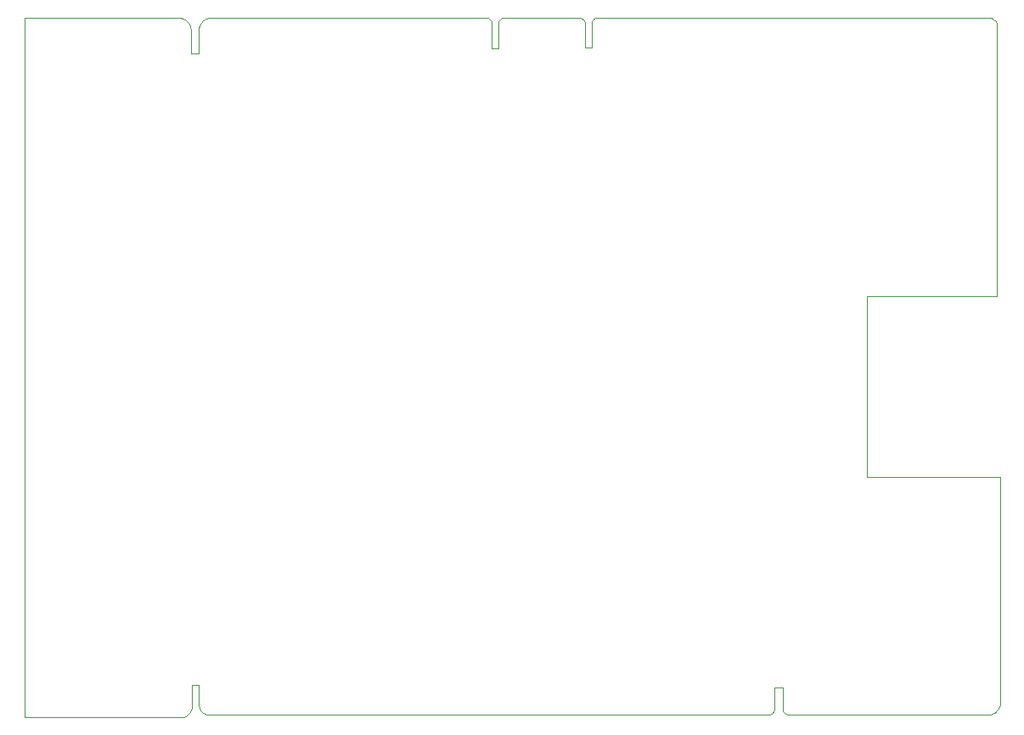
<source format=gbp>
G75*
G70*
%OFA0B0*%
%FSLAX24Y24*%
%IPPOS*%
%LPD*%
%AMOC8*
5,1,8,0,0,1.08239X$1,22.5*
%
%ADD10C,0.0000*%
D10*
X000474Y003346D02*
X006615Y003346D01*
X006616Y003346D02*
X006657Y003350D01*
X006699Y003358D01*
X006739Y003369D01*
X006778Y003384D01*
X006815Y003403D01*
X006851Y003425D01*
X006884Y003450D01*
X006915Y003478D01*
X006944Y003509D01*
X006969Y003542D01*
X006991Y003577D01*
X007010Y003615D01*
X007025Y003654D01*
X007037Y003694D01*
X007044Y003735D01*
X007048Y003777D01*
X007049Y003819D01*
X007049Y004626D01*
X007324Y004626D01*
X007324Y003858D01*
X007323Y003821D01*
X007327Y003784D01*
X007334Y003748D01*
X007344Y003713D01*
X007358Y003679D01*
X007376Y003646D01*
X007396Y003616D01*
X007419Y003587D01*
X007445Y003561D01*
X007474Y003538D01*
X007504Y003517D01*
X007536Y003500D01*
X007570Y003485D01*
X007606Y003475D01*
X007642Y003467D01*
X007678Y003464D01*
X029686Y003464D01*
X029714Y003466D01*
X029742Y003471D01*
X029770Y003479D01*
X029796Y003491D01*
X029820Y003506D01*
X029842Y003523D01*
X029863Y003544D01*
X029880Y003566D01*
X029895Y003590D01*
X029907Y003616D01*
X029915Y003644D01*
X029920Y003672D01*
X029922Y003700D01*
X029923Y003700D02*
X029923Y004527D01*
X030237Y004527D01*
X030237Y003700D01*
X030238Y003700D02*
X030240Y003672D01*
X030245Y003644D01*
X030253Y003616D01*
X030265Y003590D01*
X030280Y003566D01*
X030297Y003544D01*
X030318Y003523D01*
X030340Y003506D01*
X030364Y003491D01*
X030390Y003479D01*
X030418Y003471D01*
X030446Y003466D01*
X030474Y003464D01*
X038249Y003464D01*
X038249Y003465D02*
X038290Y003461D01*
X038332Y003462D01*
X038373Y003465D01*
X038414Y003473D01*
X038454Y003484D01*
X038493Y003498D01*
X038531Y003516D01*
X038566Y003537D01*
X038600Y003561D01*
X038632Y003588D01*
X038661Y003618D01*
X038688Y003650D01*
X038711Y003684D01*
X038732Y003720D01*
X038749Y003758D01*
X038763Y003797D01*
X038773Y003837D01*
X038780Y003878D01*
X038781Y003878D02*
X038781Y012795D01*
X033545Y012795D01*
X033545Y019882D01*
X038663Y019882D01*
X038663Y030511D01*
X038662Y030512D02*
X038658Y030548D01*
X038649Y030584D01*
X038637Y030618D01*
X038622Y030651D01*
X038603Y030683D01*
X038581Y030712D01*
X038556Y030739D01*
X038528Y030763D01*
X038498Y030784D01*
X038466Y030802D01*
X038433Y030816D01*
X038398Y030827D01*
X038362Y030834D01*
X038325Y030837D01*
X038288Y030836D01*
X038289Y030836D02*
X022964Y030836D01*
X022963Y030836D02*
X022935Y030831D01*
X022907Y030823D01*
X022880Y030811D01*
X022854Y030797D01*
X022831Y030779D01*
X022810Y030759D01*
X022792Y030736D01*
X022776Y030712D01*
X022763Y030685D01*
X022754Y030657D01*
X022748Y030629D01*
X022746Y030600D01*
X022747Y030570D01*
X022747Y030571D02*
X022747Y029645D01*
X022491Y029645D01*
X022491Y030551D01*
X022492Y030551D02*
X022493Y030582D01*
X022490Y030613D01*
X022483Y030643D01*
X022472Y030673D01*
X022458Y030700D01*
X022441Y030726D01*
X022421Y030750D01*
X022398Y030771D01*
X022373Y030789D01*
X022345Y030804D01*
X022316Y030815D01*
X022286Y030823D01*
X022256Y030827D01*
X022255Y030826D02*
X019273Y030826D01*
X019245Y030819D01*
X019217Y030809D01*
X019192Y030796D01*
X019168Y030780D01*
X019146Y030762D01*
X019126Y030740D01*
X019109Y030717D01*
X019096Y030692D01*
X019085Y030665D01*
X019078Y030637D01*
X019074Y030608D01*
X019073Y030579D01*
X019076Y030551D01*
X019076Y029626D01*
X018820Y029626D01*
X018820Y030551D01*
X018823Y030579D01*
X018822Y030608D01*
X018818Y030637D01*
X018811Y030665D01*
X018800Y030692D01*
X018787Y030717D01*
X018770Y030740D01*
X018750Y030762D01*
X018728Y030780D01*
X018704Y030796D01*
X018679Y030809D01*
X018651Y030819D01*
X018623Y030826D01*
X007797Y030826D01*
X007756Y030824D01*
X007715Y030819D01*
X007675Y030810D01*
X007636Y030798D01*
X007598Y030782D01*
X007561Y030763D01*
X007526Y030741D01*
X007494Y030716D01*
X007463Y030688D01*
X007435Y030657D01*
X007410Y030625D01*
X007388Y030590D01*
X007369Y030553D01*
X007353Y030515D01*
X007341Y030476D01*
X007332Y030436D01*
X007327Y030395D01*
X007325Y030354D01*
X007324Y030354D02*
X007324Y029409D01*
X007009Y029409D01*
X007009Y030354D01*
X007010Y030354D02*
X007006Y030397D01*
X006999Y030439D01*
X006988Y030481D01*
X006973Y030521D01*
X006955Y030560D01*
X006934Y030597D01*
X006909Y030633D01*
X006882Y030666D01*
X006851Y030696D01*
X006819Y030724D01*
X006783Y030749D01*
X006746Y030770D01*
X006707Y030789D01*
X006667Y030804D01*
X006625Y030815D01*
X006583Y030823D01*
X006540Y030826D01*
X006497Y030827D01*
X006497Y030826D02*
X000474Y030826D01*
X000474Y003346D01*
M02*

</source>
